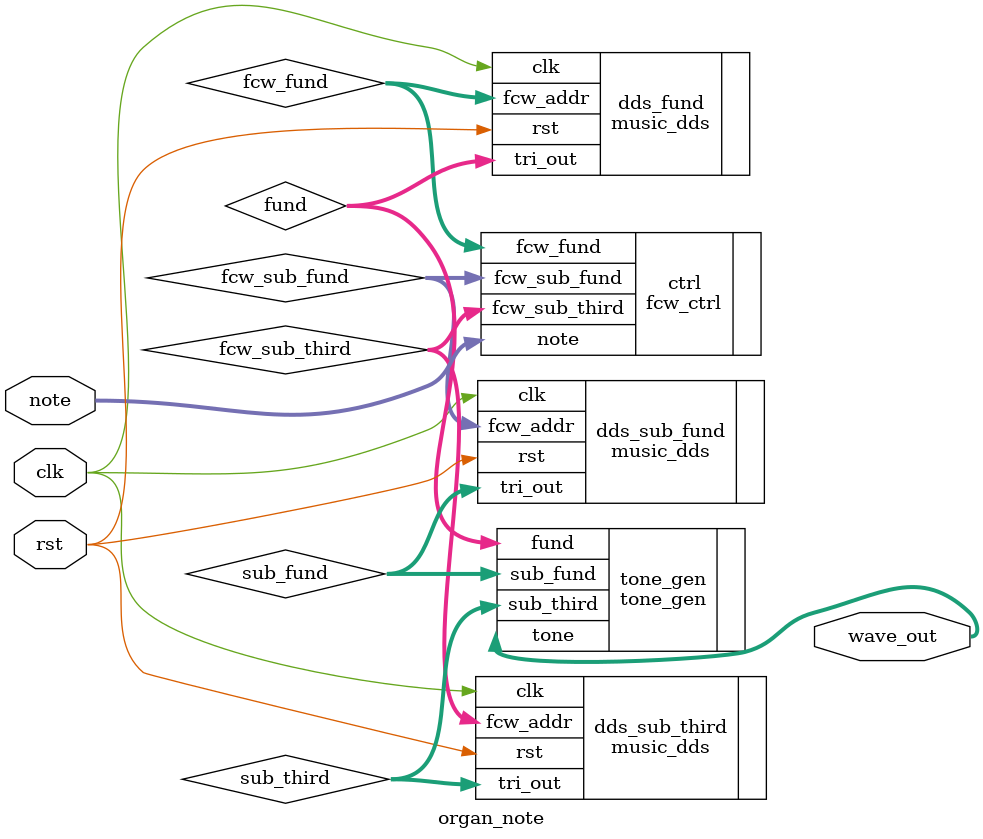
<source format=v>
/*************************************************************************
 * Module name:		organ_note
 * Input arg(s):	Clock, reset, note
 * Output arg(s):	Synthesized wave output 
 * Description:		Tfop-level module for a single-note synthesizer
 *************************************************************************/
 `timescale 1ns / 1ps
module organ_note(
	// port declarations
    input clk, rst,
    input [6:0] note,
    output [17:0] wave_out
    );

	// internal signal declarations
    wire [6:0] fcw_sub_fund;
    wire [6:0] fcw_sub_third;
    wire [6:0] fcw_fund;
    wire [15:0] sub_fund;
    wire [15:0] sub_third;
    wire [15:0] fund;
    
	// frequency control word controller instantiation
    fcw_ctrl ctrl(.note(note), 
        .fcw_sub_fund(fcw_sub_fund), 
        .fcw_sub_third(fcw_sub_third), 
        .fcw_fund(fcw_fund)
        );
        
	// sub-fundamental DDS instantiation
    music_dds dds_sub_fund(.clk(clk), .rst(rst),
        .fcw_addr(fcw_sub_fund),
        .tri_out(sub_fund)
        );
    
	// sub-third DDS instantiation
    music_dds dds_sub_third(.clk(clk), .rst(rst),
        .fcw_addr(fcw_sub_third),
        .tri_out(sub_third)
        );

	// fundamental DDS instantiation
    music_dds dds_fund(.clk(clk), .rst(rst),
        .fcw_addr(fcw_fund),
        .tri_out(fund)
        );
        
	// tone generator instantiation
	tone_gen tone_gen(
        .sub_fund(sub_fund),
        .sub_third(sub_third),
        .fund(fund),
        .tone(wave_out)
        );
        
endmodule

</source>
